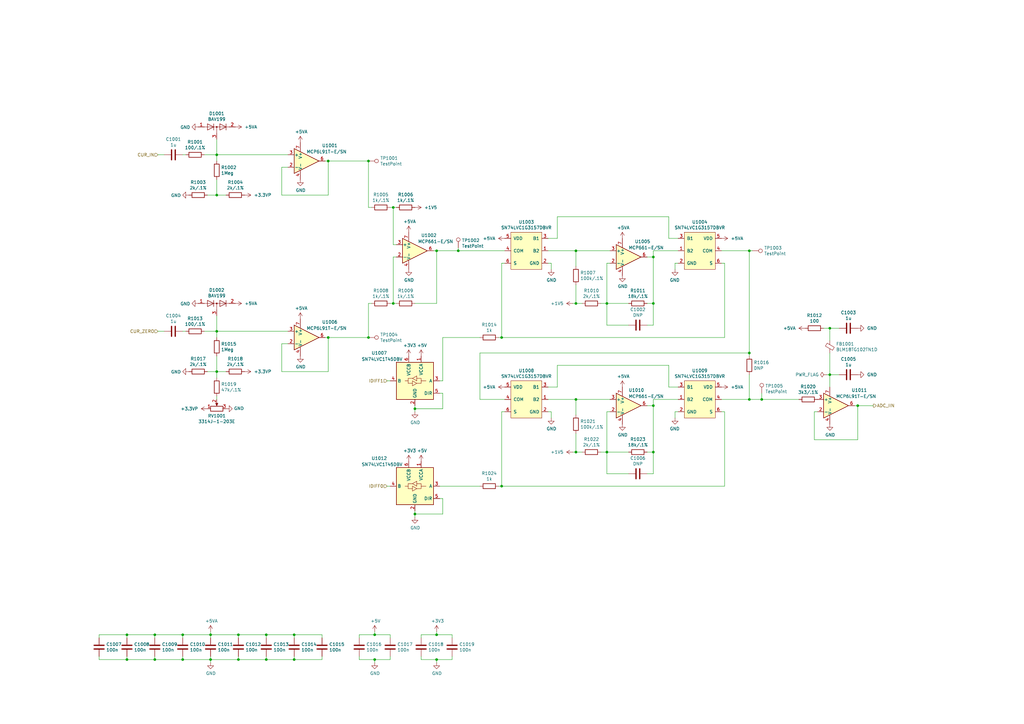
<source format=kicad_sch>
(kicad_sch (version 20211123) (generator eeschema)
  (paper "A3")
  (lib_symbols
    (symbol "Amplifier_Operational:MCP6L91RT-ESN" (pin_names (offset 0.127))
      (property "Reference" "U" (at 0 6.35 0))
      (property "Value" "MCP6L91RT-ESN" (at 0 3.81 0))
      (symbol "MCP6L91RT-ESN_0_1"
        (polyline (pts (xy -5.08 5.08) (xy 5.08 0) (xy -5.08 -5.08) (xy -5.08 5.08)) (stroke (width 0.254)) (fill (type background)))
      )
      (symbol "MCP6L91RT-ESN_1_1"
        (pin no_connect line (at -2.54 2.54 270) (length 2.54) hide (name "NC") (number "1"))
        (pin input line (at -7.62 -2.54 0) (length 2.54) (name "-") (number "2"))
        (pin input line (at -7.62 2.54 0) (length 2.54) (name "+") (number "3"))
        (pin power_in line (at -2.54 -7.62 90) (length 3.81) (name "V-") (number "4"))
        (pin no_connect line (at 0 2.54 270) (length 2.54) hide (name "NC") (number "5"))
        (pin output line (at 7.62 0 180) (length 2.54) (name "~") (number "6"))
        (pin power_in line (at -2.54 7.62 270) (length 3.81) (name "V+") (number "7"))
        (pin no_connect line (at 0 -2.54 90) (length 2.54) hide (name "NC") (number "8"))
      )
    )
    (symbol "Connector:TestPoint" (pin_numbers hide) (pin_names (offset 0.762) hide)
      (property "Reference" "TP" (at 0 6.858 0))
      (property "Value" "TestPoint" (at 0 5.08 0))
      (symbol "TestPoint_0_1"
        (circle (center 0 3.302) (radius 0.762))
      )
      (symbol "TestPoint_1_1"
        (pin passive line (at 0 0 90) (length 2.54) (name "1") (number "1"))
      )
    )
    (symbol "Device:C" (pin_numbers hide) (pin_names (offset 0.254))
      (property "Reference" "C" (at 0.635 2.54 0))
      (property "Value" "C" (at 0.635 -2.54 0))
      (symbol "C_0_1"
        (polyline (pts (xy -2.032 -0.762) (xy 2.032 -0.762)) (stroke (width 0.508)))
        (polyline (pts (xy -2.032 0.762) (xy 2.032 0.762)) (stroke (width 0.508)))
      )
      (symbol "C_1_1"
        (pin passive line (at 0 3.81 270) (length 2.794) (name "~") (number "1"))
        (pin passive line (at 0 -3.81 90) (length 2.794) (name "~") (number "2"))
      )
    )
    (symbol "Device:Ferrite_Bead_Small" (pin_numbers hide) (pin_names (offset 0))
      (property "Reference" "FB" (at 1.905 1.27 0))
      (property "Value" "Device_Ferrite_Bead_Small" (at 1.905 -1.27 0))
      (symbol "Ferrite_Bead_Small_0_1"
        (polyline (pts (xy 0 -1.27) (xy 0 -0.7874)))
        (polyline (pts (xy 0 0.889) (xy 0 1.2954)))
        (polyline (pts (xy -1.8288 0.2794) (xy -1.1176 1.4986) (xy 1.8288 -0.2032) (xy 1.1176 -1.4224) (xy -1.8288 0.2794)))
      )
      (symbol "Ferrite_Bead_Small_1_1"
        (pin passive line (at 0 2.54 270) (length 1.27) (name "~") (number "1"))
        (pin passive line (at 0 -2.54 90) (length 1.27) (name "~") (number "2"))
      )
    )
    (symbol "Device:R" (pin_numbers hide) (pin_names (offset 0))
      (property "Reference" "R" (at 2.032 0 90))
      (property "Value" "R" (at 0 0 90))
      (symbol "R_0_1"
        (rectangle (start -1.016 -2.54) (end 1.016 2.54) (stroke (width 0.254)))
      )
      (symbol "R_1_1"
        (pin passive line (at 0 3.81 270) (length 1.27) (name "~") (number "1"))
        (pin passive line (at 0 -3.81 90) (length 1.27) (name "~") (number "2"))
      )
    )
    (symbol "Device:R_POT" (pin_names (offset 1.016) hide)
      (property "Reference" "RV" (at -4.445 0 90))
      (property "Value" "Device_R_POT" (at -2.54 0 90))
      (symbol "R_POT_0_1"
        (polyline (pts (xy 2.54 0) (xy 1.524 0)))
        (polyline (pts (xy 1.143 0) (xy 2.286 0.508) (xy 2.286 -0.508) (xy 1.143 0)) (fill (type outline)))
        (rectangle (start 1.016 2.54) (end -1.016 -2.54) (stroke (width 0.254)))
      )
      (symbol "R_POT_1_1"
        (pin passive line (at 0 3.81 270) (length 1.27) (name "1") (number "1"))
        (pin passive line (at 3.81 0 180) (length 1.27) (name "2") (number "2"))
        (pin passive line (at 0 -3.81 90) (length 1.27) (name "3") (number "3"))
      )
    )
    (symbol "Diode:BAV99" (pin_names hide)
      (property "Reference" "D" (at 0 5.08 0))
      (property "Value" "BAV99" (at 0 2.54 0))
      (symbol "BAV99_0_1"
        (polyline (pts (xy -5.08 0) (xy 5.08 0)))
      )
      (symbol "BAV99_1_1"
        (polyline (pts (xy 0 0) (xy 0 -2.54)))
        (polyline (pts (xy -1.27 -1.27) (xy -1.27 1.27) (xy -1.27 1.27)) (stroke (width 0.2032)))
        (polyline (pts (xy 3.81 1.27) (xy 3.81 -1.27) (xy 3.81 -1.27)) (stroke (width 0.2032)))
        (polyline (pts (xy -3.81 1.27) (xy -1.27 0) (xy -3.81 -1.27) (xy -3.81 1.27) (xy -3.81 1.27) (xy -3.81 1.27)) (stroke (width 0.2032)))
        (polyline (pts (xy 1.27 1.27) (xy 3.81 0) (xy 1.27 -1.27) (xy 1.27 1.27) (xy 1.27 1.27) (xy 1.27 1.27)) (stroke (width 0.2032)))
        (circle (center 0 0) (radius 0.254) (fill (type outline)))
        (pin passive line (at -7.62 0 0) (length 2.54) (name "K") (number "1"))
        (pin passive line (at 7.62 0 180) (length 2.54) (name "A") (number "2"))
        (pin passive line (at 0 -5.08 90) (length 2.54) (name "K") (number "3"))
      )
    )
    (symbol "ETH1CLCR2:MCP661" (pin_names (offset 0.127))
      (property "Reference" "U" (at 2.54 6.35 0))
      (property "Value" "MCP661" (at 2.54 3.81 0))
      (symbol "MCP661_0_1"
        (polyline (pts (xy -3.81 5.08) (xy 6.35 0) (xy -3.81 -5.08) (xy -3.81 5.08)) (stroke (width 0.254)) (fill (type background)))
      )
      (symbol "MCP661_1_1"
        (pin no_connect non_logic (at -3.81 0 0) (length 0) hide (name "NC") (number "1"))
        (pin input line (at -6.35 -2.54 0) (length 2.54) (name "-") (number "2"))
        (pin input line (at -6.35 2.54 0) (length 2.54) (name "+") (number "3"))
        (pin power_in line (at -1.27 -7.62 90) (length 3.81) (name "V-") (number "4"))
        (pin no_connect non_logic (at 1.27 -2.54 90) (length 0) hide (name "NC") (number "5"))
        (pin output line (at 8.89 0 180) (length 2.54) (name "~") (number "6"))
        (pin power_in line (at -1.27 7.62 270) (length 3.81) (name "V+") (number "7"))
        (pin no_connect non_logic (at 1.27 2.54 270) (length 0) hide (name "NC") (number "8"))
      )
    )
    (symbol "ETH1CLCR2:SN74LVC1G3157" (pin_names (offset 1.016))
      (property "Reference" "U" (at 0 11.43 0))
      (property "Value" "SN74LVC1G3157" (at 0 8.89 0))
      (symbol "SN74LVC1G3157_0_1"
        (rectangle (start -6.35 7.62) (end 6.35 -7.62) (fill (type background)))
      )
      (symbol "SN74LVC1G3157_1_1"
        (pin bidirectional line (at 8.89 0 180) (length 2.54) (name "B2") (number "1"))
        (pin passive line (at 8.89 -5.08 180) (length 2.54) (name "GND") (number "2"))
        (pin bidirectional line (at 8.89 5.08 180) (length 2.54) (name "B1") (number "3"))
        (pin bidirectional line (at -8.89 0 0) (length 2.54) (name "COM") (number "4"))
        (pin passive line (at -8.89 5.08 0) (length 2.54) (name "VDD") (number "5"))
        (pin input line (at -8.89 -5.08 0) (length 2.54) (name "S") (number "6"))
      )
    )
    (symbol "Logic_LevelTranslator:SN74LVC1T45DBV"
      (property "Reference" "U" (at -6.35 8.89 0))
      (property "Value" "SN74LVC1T45DBV" (at 3.81 8.89 0))
      (symbol "SN74LVC1T45DBV_0_1"
        (rectangle (start -7.62 7.62) (end 7.62 -7.62) (stroke (width 0.254)) (fill (type background)))
        (polyline (pts (xy -2.54 0) (xy -2.54 1.016) (xy -0.762 1.016)))
        (polyline (pts (xy 2.794 0) (xy 2.794 -1.016) (xy 1.016 -1.016)))
        (polyline (pts (xy -0.762 -1.016) (xy -2.54 -1.016) (xy -2.54 0) (xy -4.572 0)))
        (polyline (pts (xy -0.762 0) (xy -0.762 2.032) (xy 1.016 1.016) (xy -0.762 0)))
        (polyline (pts (xy 1.016 1.016) (xy 2.794 1.016) (xy 2.794 0) (xy 4.064 0)))
        (polyline (pts (xy 1.016 0) (xy 1.016 -1.778) (xy 1.016 -2.032) (xy -0.762 -1.016) (xy 1.016 0)))
      )
      (symbol "SN74LVC1T45DBV_1_1"
        (pin power_in line (at -2.54 10.16 270) (length 2.54) (name "VCCA") (number "1"))
        (pin power_in line (at 0 -10.16 90) (length 2.54) (name "GND") (number "2"))
        (pin bidirectional line (at -10.16 0 0) (length 2.54) (name "A") (number "3"))
        (pin bidirectional line (at 10.16 0 180) (length 2.54) (name "B") (number "4"))
        (pin input line (at -10.16 -5.08 0) (length 2.54) (name "DIR") (number "5"))
        (pin power_in line (at 2.54 10.16 270) (length 2.54) (name "VCCB") (number "6"))
      )
    )
    (symbol "power:+1V5" (power) (pin_names (offset 0))
      (property "Value" "+1V5" (at 0 3.556 0))
      (symbol "+1V5_0_1"
        (polyline (pts (xy -0.762 1.27) (xy 0 2.54)))
        (polyline (pts (xy 0 0) (xy 0 2.54)))
        (polyline (pts (xy 0 2.54) (xy 0.762 1.27)))
      )
      (symbol "+1V5_1_1"
        (pin power_in line (at 0 0 90) (length 0) hide (name "+1V5") (number "1"))
      )
    )
    (symbol "power:+3.3V" (power) (pin_names (offset 0))
      (property "Value" "+3.3V" (at 0 3.556 0))
      (symbol "+3.3V_0_1"
        (polyline (pts (xy -0.762 1.27) (xy 0 2.54)))
        (polyline (pts (xy 0 0) (xy 0 2.54)))
        (polyline (pts (xy 0 2.54) (xy 0.762 1.27)))
      )
      (symbol "+3.3V_1_1"
        (pin power_in line (at 0 0 90) (length 0) hide (name "+3V3") (number "1"))
      )
    )
    (symbol "power:+3.3VP" (power) (pin_names (offset 0))
      (property "Value" "+3.3VP" (at 0 2.54 0))
      (symbol "+3.3VP_0_0"
        (pin power_in line (at 0 0 90) (length 0) hide (name "+3.3VP") (number "1"))
      )
      (symbol "+3.3VP_0_1"
        (polyline (pts (xy -0.762 1.27) (xy 0 2.54)))
        (polyline (pts (xy 0 0) (xy 0 2.54)))
        (polyline (pts (xy 0 2.54) (xy 0.762 1.27)))
      )
    )
    (symbol "power:+5V" (power) (pin_names (offset 0))
      (property "Value" "+5V" (at 0 3.556 0))
      (symbol "+5V_0_1"
        (polyline (pts (xy -0.762 1.27) (xy 0 2.54)))
        (polyline (pts (xy 0 0) (xy 0 2.54)))
        (polyline (pts (xy 0 2.54) (xy 0.762 1.27)))
      )
      (symbol "+5V_1_1"
        (pin power_in line (at 0 0 90) (length 0) hide (name "+5V") (number "1"))
      )
    )
    (symbol "power:+5VA" (power) (pin_names (offset 0))
      (property "Value" "+5VA" (at 0 3.556 0))
      (symbol "+5VA_0_1"
        (polyline (pts (xy -0.762 1.27) (xy 0 2.54)))
        (polyline (pts (xy 0 0) (xy 0 2.54)))
        (polyline (pts (xy 0 2.54) (xy 0.762 1.27)))
      )
      (symbol "+5VA_1_1"
        (pin power_in line (at 0 0 90) (length 0) hide (name "+5VA") (number "1"))
      )
    )
    (symbol "power:GND" (power) (pin_names (offset 0))
      (property "Value" "GND" (at 0 -3.81 0))
      (symbol "GND_0_1"
        (polyline (pts (xy 0 0) (xy 0 -1.27) (xy 1.27 -1.27) (xy 0 -2.54) (xy -1.27 -1.27) (xy 0 -1.27)))
      )
      (symbol "GND_1_1"
        (pin power_in line (at 0 0 270) (length 0) hide (name "GND") (number "1"))
      )
    )
    (symbol "power:PWR_FLAG" (power) (pin_numbers hide) (pin_names (offset 0) hide)
      (property "Value" "PWR_FLAG" (at 0 3.81 0))
      (symbol "PWR_FLAG_0_0"
        (pin power_out line (at 0 0 90) (length 0) (name "pwr") (number "1"))
      )
      (symbol "PWR_FLAG_0_1"
        (polyline (pts (xy 0 0) (xy 0 1.27) (xy -1.016 1.905) (xy 0 2.54) (xy 1.016 1.905) (xy 0 1.27)))
      )
    )
  )
  (junction (at 179.07 270.51))
  (junction (at 74.93 260.35))
  (junction (at 109.22 270.51))
  (junction (at 63.5 270.51))
  (junction (at 236.22 163.83))
  (junction (at 74.93 270.51))
  (junction (at 170.18 167.64))
  (junction (at 120.65 270.51))
  (junction (at 340.36 153.67))
  (junction (at 351.79 166.37))
  (junction (at 307.34 163.83))
  (junction (at 312.42 163.83))
  (junction (at 267.97 124.46))
  (junction (at 88.9 63.5))
  (junction (at 52.07 270.51))
  (junction (at 151.13 66.04))
  (junction (at 153.67 270.51))
  (junction (at 248.92 185.42))
  (junction (at 267.97 166.37))
  (junction (at 307.34 102.87))
  (junction (at 134.62 138.43))
  (junction (at 88.9 152.4))
  (junction (at 109.22 260.35))
  (junction (at 267.97 105.41))
  (junction (at 134.62 66.04))
  (junction (at 153.67 260.35))
  (junction (at 63.5 260.35))
  (junction (at 205.74 199.39))
  (junction (at 170.18 210.82))
  (junction (at 161.29 85.09))
  (junction (at 267.97 185.42))
  (junction (at 97.79 260.35))
  (junction (at 161.29 124.46))
  (junction (at 179.07 260.35))
  (junction (at 340.36 134.62))
  (junction (at 248.92 124.46))
  (junction (at 52.07 260.35))
  (junction (at 86.36 270.51))
  (junction (at 179.07 102.87))
  (junction (at 88.9 135.89))
  (junction (at 236.22 185.42))
  (junction (at 151.13 138.43))
  (junction (at 236.22 124.46))
  (junction (at 236.22 102.87))
  (junction (at 120.65 260.35))
  (junction (at 205.74 138.43))
  (junction (at 86.36 260.35))
  (junction (at 307.34 144.78))
  (junction (at 88.9 80.01))
  (junction (at 187.96 102.87))
  (junction (at 97.79 270.51))
  (wire (pts (xy 63.5 270.51) (xy 74.93 270.51)))
  (wire (pts (xy 109.22 261.62) (xy 109.22 260.35)))
  (wire (pts (xy 147.32 269.24) (xy 147.32 270.51)))
  (wire (pts (xy 134.62 138.43) (xy 133.35 138.43)))
  (wire (pts (xy 179.07 259.08) (xy 179.07 260.35)))
  (wire (pts (xy 276.86 110.49) (xy 276.86 107.95)))
  (wire (pts (xy 236.22 109.22) (xy 236.22 102.87)))
  (wire (pts (xy 179.07 124.46) (xy 179.07 102.87)))
  (wire (pts (xy 63.5 261.62) (xy 63.5 260.35)))
  (wire (pts (xy 52.07 270.51) (xy 63.5 270.51)))
  (wire (pts (xy 344.17 134.62) (xy 340.36 134.62)))
  (wire (pts (xy 97.79 261.62) (xy 97.79 260.35)))
  (wire (pts (xy 160.02 261.62) (xy 160.02 260.35)))
  (wire (pts (xy 274.32 97.79) (xy 278.13 97.79)))
  (wire (pts (xy 226.06 107.95) (xy 224.79 107.95)))
  (wire (pts (xy 115.57 68.58) (xy 115.57 80.01)))
  (wire (pts (xy 187.96 101.6) (xy 187.96 102.87)))
  (wire (pts (xy 120.65 260.35) (xy 132.08 260.35)))
  (wire (pts (xy 295.91 163.83) (xy 307.34 163.83)))
  (wire (pts (xy 351.79 180.34) (xy 351.79 166.37)))
  (wire (pts (xy 160.02 124.46) (xy 161.29 124.46)))
  (wire (pts (xy 147.32 260.35) (xy 153.67 260.35)))
  (wire (pts (xy 170.18 209.55) (xy 170.18 210.82)))
  (wire (pts (xy 236.22 177.8) (xy 236.22 185.42)))
  (wire (pts (xy 64.77 63.5) (xy 67.31 63.5)))
  (wire (pts (xy 339.09 153.67) (xy 340.36 153.67)))
  (wire (pts (xy 134.62 80.01) (xy 134.62 66.04)))
  (wire (pts (xy 340.36 134.62) (xy 340.36 139.7)))
  (wire (pts (xy 307.34 144.78) (xy 307.34 102.87)))
  (wire (pts (xy 226.06 110.49) (xy 226.06 107.95)))
  (wire (pts (xy 153.67 270.51) (xy 160.02 270.51)))
  (wire (pts (xy 196.85 144.78) (xy 307.34 144.78)))
  (wire (pts (xy 234.95 124.46) (xy 236.22 124.46)))
  (wire (pts (xy 172.72 269.24) (xy 172.72 270.51)))
  (wire (pts (xy 179.07 102.87) (xy 177.8 102.87)))
  (wire (pts (xy 151.13 138.43) (xy 151.13 124.46)))
  (wire (pts (xy 181.61 204.47) (xy 180.34 204.47)))
  (wire (pts (xy 115.57 152.4) (xy 134.62 152.4)))
  (wire (pts (xy 257.81 124.46) (xy 248.92 124.46)))
  (wire (pts (xy 86.36 260.35) (xy 97.79 260.35)))
  (wire (pts (xy 161.29 124.46) (xy 161.29 105.41)))
  (wire (pts (xy 118.11 140.97) (xy 115.57 140.97)))
  (wire (pts (xy 160.02 199.39) (xy 158.75 199.39)))
  (wire (pts (xy 74.93 135.89) (xy 76.2 135.89)))
  (wire (pts (xy 40.64 260.35) (xy 52.07 260.35)))
  (wire (pts (xy 118.11 68.58) (xy 115.57 68.58)))
  (wire (pts (xy 250.19 107.95) (xy 248.92 107.95)))
  (wire (pts (xy 152.4 85.09) (xy 151.13 85.09)))
  (wire (pts (xy 160.02 85.09) (xy 161.29 85.09)))
  (wire (pts (xy 312.42 161.29) (xy 312.42 163.83)))
  (wire (pts (xy 147.32 260.35) (xy 147.32 261.62)))
  (wire (pts (xy 97.79 270.51) (xy 109.22 270.51)))
  (wire (pts (xy 170.18 124.46) (xy 179.07 124.46)))
  (wire (pts (xy 185.42 261.62) (xy 185.42 260.35)))
  (wire (pts (xy 161.29 100.33) (xy 161.29 85.09)))
  (wire (pts (xy 267.97 166.37) (xy 265.43 166.37)))
  (wire (pts (xy 172.72 270.51) (xy 179.07 270.51)))
  (wire (pts (xy 236.22 102.87) (xy 250.19 102.87)))
  (wire (pts (xy 207.01 163.83) (xy 196.85 163.83)))
  (wire (pts (xy 228.6 88.9) (xy 274.32 88.9)))
  (wire (pts (xy 344.17 153.67) (xy 340.36 153.67)))
  (wire (pts (xy 226.06 168.91) (xy 224.79 168.91)))
  (wire (pts (xy 257.81 185.42) (xy 248.92 185.42)))
  (wire (pts (xy 181.61 210.82) (xy 181.61 204.47)))
  (wire (pts (xy 267.97 133.35) (xy 267.97 124.46)))
  (wire (pts (xy 337.82 134.62) (xy 340.36 134.62)))
  (wire (pts (xy 312.42 163.83) (xy 327.66 163.83)))
  (wire (pts (xy 170.18 166.37) (xy 170.18 167.64)))
  (wire (pts (xy 170.18 210.82) (xy 181.61 210.82)))
  (wire (pts (xy 267.97 185.42) (xy 265.43 185.42)))
  (wire (pts (xy 52.07 260.35) (xy 63.5 260.35)))
  (wire (pts (xy 180.34 199.39) (xy 196.85 199.39)))
  (wire (pts (xy 134.62 152.4) (xy 134.62 138.43)))
  (wire (pts (xy 205.74 107.95) (xy 207.01 107.95)))
  (wire (pts (xy 267.97 185.42) (xy 267.97 166.37)))
  (wire (pts (xy 109.22 260.35) (xy 120.65 260.35)))
  (wire (pts (xy 248.92 133.35) (xy 248.92 124.46)))
  (wire (pts (xy 132.08 270.51) (xy 132.08 269.24)))
  (wire (pts (xy 236.22 116.84) (xy 236.22 124.46)))
  (wire (pts (xy 115.57 140.97) (xy 115.57 152.4)))
  (wire (pts (xy 205.74 138.43) (xy 297.18 138.43)))
  (wire (pts (xy 248.92 107.95) (xy 248.92 124.46)))
  (wire (pts (xy 181.61 156.21) (xy 181.61 138.43)))
  (wire (pts (xy 88.9 129.54) (xy 88.9 135.89)))
  (wire (pts (xy 196.85 163.83) (xy 196.85 144.78)))
  (wire (pts (xy 120.65 261.62) (xy 120.65 260.35)))
  (wire (pts (xy 85.09 152.4) (xy 88.9 152.4)))
  (wire (pts (xy 185.42 260.35) (xy 179.07 260.35)))
  (wire (pts (xy 267.97 166.37) (xy 267.97 163.83)))
  (wire (pts (xy 40.64 261.62) (xy 40.64 260.35)))
  (wire (pts (xy 276.86 171.45) (xy 276.86 168.91)))
  (wire (pts (xy 132.08 261.62) (xy 132.08 260.35)))
  (wire (pts (xy 297.18 138.43) (xy 297.18 107.95)))
  (wire (pts (xy 267.97 124.46) (xy 267.97 105.41)))
  (wire (pts (xy 224.79 97.79) (xy 228.6 97.79)))
  (wire (pts (xy 224.79 102.87) (xy 236.22 102.87)))
  (wire (pts (xy 52.07 270.51) (xy 52.07 269.24)))
  (wire (pts (xy 170.18 212.09) (xy 170.18 210.82)))
  (wire (pts (xy 88.9 146.05) (xy 88.9 152.4)))
  (wire (pts (xy 267.97 163.83) (xy 278.13 163.83)))
  (wire (pts (xy 160.02 260.35) (xy 153.67 260.35)))
  (wire (pts (xy 88.9 80.01) (xy 92.71 80.01)))
  (wire (pts (xy 151.13 124.46) (xy 152.4 124.46)))
  (wire (pts (xy 64.77 135.89) (xy 67.31 135.89)))
  (wire (pts (xy 265.43 133.35) (xy 267.97 133.35)))
  (wire (pts (xy 307.34 146.05) (xy 307.34 144.78)))
  (wire (pts (xy 88.9 73.66) (xy 88.9 80.01)))
  (wire (pts (xy 115.57 80.01) (xy 134.62 80.01)))
  (wire (pts (xy 151.13 85.09) (xy 151.13 66.04)))
  (wire (pts (xy 248.92 168.91) (xy 248.92 185.42)))
  (wire (pts (xy 147.32 270.51) (xy 153.67 270.51)))
  (wire (pts (xy 297.18 168.91) (xy 295.91 168.91)))
  (wire (pts (xy 52.07 261.62) (xy 52.07 260.35)))
  (wire (pts (xy 226.06 171.45) (xy 226.06 168.91)))
  (wire (pts (xy 109.22 270.51) (xy 109.22 269.24)))
  (wire (pts (xy 236.22 163.83) (xy 250.19 163.83)))
  (wire (pts (xy 267.97 124.46) (xy 265.43 124.46)))
  (wire (pts (xy 40.64 270.51) (xy 40.64 269.24)))
  (wire (pts (xy 307.34 163.83) (xy 312.42 163.83)))
  (wire (pts (xy 170.18 168.91) (xy 170.18 167.64)))
  (wire (pts (xy 234.95 185.42) (xy 236.22 185.42)))
  (wire (pts (xy 207.01 102.87) (xy 187.96 102.87)))
  (wire (pts (xy 153.67 271.78) (xy 153.67 270.51)))
  (wire (pts (xy 170.18 167.64) (xy 181.61 167.64)))
  (wire (pts (xy 334.01 168.91) (xy 334.01 180.34)))
  (wire (pts (xy 248.92 185.42) (xy 246.38 185.42)))
  (wire (pts (xy 335.28 168.91) (xy 334.01 168.91)))
  (wire (pts (xy 297.18 107.95) (xy 295.91 107.95)))
  (wire (pts (xy 86.36 259.08) (xy 86.36 260.35)))
  (wire (pts (xy 161.29 105.41) (xy 162.56 105.41)))
  (wire (pts (xy 181.61 138.43) (xy 196.85 138.43)))
  (wire (pts (xy 228.6 149.86) (xy 274.32 149.86)))
  (wire (pts (xy 358.14 166.37) (xy 351.79 166.37)))
  (wire (pts (xy 228.6 97.79) (xy 228.6 88.9)))
  (wire (pts (xy 161.29 85.09) (xy 162.56 85.09)))
  (wire (pts (xy 160.02 270.51) (xy 160.02 269.24)))
  (wire (pts (xy 204.47 199.39) (xy 205.74 199.39)))
  (wire (pts (xy 267.97 102.87) (xy 278.13 102.87)))
  (wire (pts (xy 250.19 168.91) (xy 248.92 168.91)))
  (wire (pts (xy 74.93 260.35) (xy 86.36 260.35)))
  (wire (pts (xy 334.01 180.34) (xy 351.79 180.34)))
  (wire (pts (xy 134.62 138.43) (xy 151.13 138.43)))
  (wire (pts (xy 187.96 102.87) (xy 179.07 102.87)))
  (wire (pts (xy 224.79 158.75) (xy 228.6 158.75)))
  (wire (pts (xy 153.67 259.08) (xy 153.67 260.35)))
  (wire (pts (xy 351.79 166.37) (xy 350.52 166.37)))
  (wire (pts (xy 205.74 168.91) (xy 205.74 199.39)))
  (wire (pts (xy 248.92 194.31) (xy 248.92 185.42)))
  (wire (pts (xy 109.22 270.51) (xy 120.65 270.51)))
  (wire (pts (xy 161.29 124.46) (xy 162.56 124.46)))
  (wire (pts (xy 257.81 194.31) (xy 248.92 194.31)))
  (wire (pts (xy 257.81 133.35) (xy 248.92 133.35)))
  (wire (pts (xy 74.93 261.62) (xy 74.93 260.35)))
  (wire (pts (xy 74.93 270.51) (xy 86.36 270.51)))
  (wire (pts (xy 307.34 163.83) (xy 307.34 153.67)))
  (wire (pts (xy 74.93 63.5) (xy 76.2 63.5)))
  (wire (pts (xy 340.36 153.67) (xy 340.36 158.75)))
  (wire (pts (xy 97.79 270.51) (xy 97.79 269.24)))
  (wire (pts (xy 162.56 100.33) (xy 161.29 100.33)))
  (wire (pts (xy 40.64 270.51) (xy 52.07 270.51)))
  (wire (pts (xy 267.97 105.41) (xy 265.43 105.41)))
  (wire (pts (xy 236.22 185.42) (xy 238.76 185.42)))
  (wire (pts (xy 88.9 152.4) (xy 92.71 152.4)))
  (wire (pts (xy 340.36 153.67) (xy 340.36 144.78)))
  (wire (pts (xy 120.65 270.51) (xy 132.08 270.51)))
  (wire (pts (xy 185.42 270.51) (xy 185.42 269.24)))
  (wire (pts (xy 86.36 261.62) (xy 86.36 260.35)))
  (wire (pts (xy 88.9 63.5) (xy 118.11 63.5)))
  (wire (pts (xy 86.36 270.51) (xy 97.79 270.51)))
  (wire (pts (xy 97.79 260.35) (xy 109.22 260.35)))
  (wire (pts (xy 205.74 199.39) (xy 297.18 199.39)))
  (wire (pts (xy 308.61 102.87) (xy 307.34 102.87)))
  (wire (pts (xy 181.61 161.29) (xy 180.34 161.29)))
  (wire (pts (xy 86.36 270.51) (xy 86.36 269.24)))
  (wire (pts (xy 274.32 158.75) (xy 278.13 158.75)))
  (wire (pts (xy 134.62 66.04) (xy 151.13 66.04)))
  (wire (pts (xy 297.18 199.39) (xy 297.18 168.91)))
  (wire (pts (xy 88.9 154.94) (xy 88.9 152.4)))
  (wire (pts (xy 276.86 107.95) (xy 278.13 107.95)))
  (wire (pts (xy 63.5 260.35) (xy 74.93 260.35)))
  (wire (pts (xy 88.9 138.43) (xy 88.9 135.89)))
  (wire (pts (xy 88.9 163.83) (xy 88.9 162.56)))
  (wire (pts (xy 236.22 170.18) (xy 236.22 163.83)))
  (wire (pts (xy 179.07 270.51) (xy 185.42 270.51)))
  (wire (pts (xy 228.6 158.75) (xy 228.6 149.86)))
  (wire (pts (xy 205.74 168.91) (xy 207.01 168.91)))
  (wire (pts (xy 63.5 270.51) (xy 63.5 269.24)))
  (wire (pts (xy 204.47 138.43) (xy 205.74 138.43)))
  (wire (pts (xy 265.43 194.31) (xy 267.97 194.31)))
  (wire (pts (xy 74.93 270.51) (xy 74.93 269.24)))
  (wire (pts (xy 85.09 80.01) (xy 88.9 80.01)))
  (wire (pts (xy 205.74 107.95) (xy 205.74 138.43)))
  (wire (pts (xy 274.32 88.9) (xy 274.32 97.79)))
  (wire (pts (xy 276.86 168.91) (xy 278.13 168.91)))
  (wire (pts (xy 267.97 105.41) (xy 267.97 102.87)))
  (wire (pts (xy 88.9 66.04) (xy 88.9 63.5)))
  (wire (pts (xy 134.62 66.04) (xy 133.35 66.04)))
  (wire (pts (xy 88.9 63.5) (xy 83.82 63.5)))
  (wire (pts (xy 179.07 271.78) (xy 179.07 270.51)))
  (wire (pts (xy 267.97 194.31) (xy 267.97 185.42)))
  (wire (pts (xy 86.36 271.78) (xy 86.36 270.51)))
  (wire (pts (xy 274.32 149.86) (xy 274.32 158.75)))
  (wire (pts (xy 236.22 124.46) (xy 238.76 124.46)))
  (wire (pts (xy 172.72 260.35) (xy 179.07 260.35)))
  (wire (pts (xy 158.75 156.21) (xy 160.02 156.21)))
  (wire (pts (xy 180.34 156.21) (xy 181.61 156.21)))
  (wire (pts (xy 88.9 57.15) (xy 88.9 63.5)))
  (wire (pts (xy 172.72 260.35) (xy 172.72 261.62)))
  (wire (pts (xy 88.9 135.89) (xy 83.82 135.89)))
  (wire (pts (xy 120.65 270.51) (xy 120.65 269.24)))
  (wire (pts (xy 181.61 167.64) (xy 181.61 161.29)))
  (wire (pts (xy 248.92 124.46) (xy 246.38 124.46)))
  (wire (pts (xy 88.9 135.89) (xy 118.11 135.89)))
  (wire (pts (xy 307.34 102.87) (xy 295.91 102.87)))
  (wire (pts (xy 224.79 163.83) (xy 236.22 163.83)))
  (hierarchical_label "IDIFF1" (shape input) (at 158.75 156.21 180))
  (hierarchical_label "IDIFF0" (shape input) (at 158.75 199.39 180))
  (hierarchical_label "CUR_ZERO" (shape input) (at 64.77 135.89 180))
  (hierarchical_label "ADC_IIN" (shape output) (at 358.14 166.37 0))
  (hierarchical_label "CUR_IN" (shape input) (at 64.77 63.5 180))
  (symbol (lib_id "Device:C") (at 172.72 265.43 0) (unit 1)
    (property "Reference" "C1018" (at 175.641 264.2616 0) (effects (justify left)))
    (property "Value" "100n" (at 175.641 266.573 0) (effects (justify left)))
    (property "Footprint" "Capacitor_SMD:C_0603_1608Metric_Pad1.08x0.95mm_HandSolder" (effects hide))
  )
  (symbol (lib_id "Device:C") (at 185.42 265.43 0) (unit 1)
    (property "Reference" "C1019" (at 188.341 264.2616 0) (effects (justify left)))
    (property "Value" "100n" (at 188.341 266.573 0) (effects (justify left)))
    (property "Footprint" "Capacitor_SMD:C_0603_1608Metric_Pad1.08x0.95mm_HandSolder" (effects hide))
  )
  (symbol (lib_id "power:GND") (at 179.07 271.78 0) (unit 1)
    (property "Reference" "#PWR01047" (effects hide))
    (property "Value" "GND" (at 179.197 276.1742 0))
  )
  (symbol (lib_id "power:+3.3V") (at 179.07 259.08 0) (unit 1)
    (property "Reference" "#PWR01044" (effects hide))
    (property "Value" "+3.3V" (at 179.451 254.6858 0))
  )
  (symbol (lib_id "Device:C") (at 120.65 265.43 0) (unit 1)
    (property "Reference" "C1014" (at 123.571 264.2616 0) (effects (justify left)))
    (property "Value" "100n" (at 123.571 266.573 0) (effects (justify left)))
    (property "Footprint" "Capacitor_SMD:C_0603_1608Metric_Pad1.08x0.95mm_HandSolder" (effects hide))
  )
  (symbol (lib_id "Device:C") (at 132.08 265.43 0) (unit 1)
    (property "Reference" "C1015" (at 135.001 264.2616 0) (effects (justify left)))
    (property "Value" "100n" (at 135.001 266.573 0) (effects (justify left)))
    (property "Footprint" "Capacitor_SMD:C_0603_1608Metric_Pad1.08x0.95mm_HandSolder" (effects hide))
  )
  (symbol (lib_id "power:GND") (at 153.67 271.78 0) (unit 1)
    (property "Reference" "#PWR01046" (effects hide))
    (property "Value" "GND" (at 153.797 276.1742 0))
  )
  (symbol (lib_id "power:+5V") (at 153.67 259.08 0) (unit 1)
    (property "Reference" "#PWR01043" (effects hide))
    (property "Value" "+5V" (at 154.051 254.6858 0))
  )
  (symbol (lib_id "Connector:TestPoint") (at 151.13 138.43 270) (unit 1)
    (property "Reference" "TP1004" (at 155.9052 137.2616 90) (effects (justify left)))
    (property "Value" "TestPoint" (at 155.9052 139.573 90) (effects (justify left)))
    (property "Footprint" "TestPoint:TestPoint_Pad_1.0x1.0mm" (effects hide))
  )
  (symbol (lib_id "Connector:TestPoint") (at 151.13 66.04 270) (unit 1)
    (property "Reference" "TP1001" (at 155.9052 64.8716 90) (effects (justify left)))
    (property "Value" "TestPoint" (at 155.9052 67.183 90) (effects (justify left)))
    (property "Footprint" "TestPoint:TestPoint_Pad_1.0x1.0mm" (effects hide))
  )
  (symbol (lib_id "Connector:TestPoint") (at 187.96 101.6 0) (unit 1)
    (property "Reference" "TP1002" (at 189.4332 98.6028 0) (effects (justify left)))
    (property "Value" "TestPoint" (at 189.4332 100.9142 0) (effects (justify left)))
    (property "Footprint" "TestPoint:TestPoint_Pad_1.0x1.0mm" (effects hide))
  )
  (symbol (lib_id "Device:C") (at 71.12 63.5 270) (unit 1)
    (property "Reference" "C1001" (at 71.12 57.0992 90))
    (property "Value" "1u" (at 71.12 59.4106 90))
    (property "Footprint" "Capacitor_SMD:C_0603_1608Metric_Pad1.08x0.95mm_HandSolder" (effects hide))
  )
  (symbol (lib_id "Device:R") (at 80.01 63.5 270) (unit 1)
    (property "Reference" "R1001" (at 80.01 58.2422 90))
    (property "Value" "100/.1%" (at 80.01 60.5536 90))
    (property "Footprint" "Resistor_SMD:R_0603_1608Metric_Pad0.98x0.95mm_HandSolder" (effects hide))
  )
  (symbol (lib_id "Diode:BAV99") (at 88.9 52.07 0) (unit 1)
    (property "Reference" "D1001" (at 88.9 46.5836 0))
    (property "Value" "BAV199" (at 88.9 48.895 0))
    (property "Footprint" "Package_TO_SOT_SMD:SOT-23" (effects hide))
    (property "Datasheet" "https://assets.nexperia.com/documents/data-sheet/BAV99_SER.pdf" (effects hide))
  )
  (symbol (lib_id "Device:R") (at 88.9 69.85 180) (unit 1)
    (property "Reference" "R1002" (at 90.678 68.6816 0) (effects (justify right)))
    (property "Value" "1Meg" (at 90.678 70.993 0) (effects (justify right)))
    (property "Footprint" "Resistor_SMD:R_0603_1608Metric_Pad0.98x0.95mm_HandSolder" (effects hide))
  )
  (symbol (lib_id "Device:R") (at 81.28 80.01 270) (unit 1)
    (property "Reference" "R1003" (at 81.28 74.7522 90))
    (property "Value" "2k/.1%" (at 81.28 77.0636 90))
    (property "Footprint" "Resistor_SMD:R_0603_1608Metric_Pad0.98x0.95mm_HandSolder" (effects hide))
  )
  (symbol (lib_id "Device:R") (at 96.52 80.01 270) (unit 1)
    (property "Reference" "R1004" (at 96.52 74.7522 90))
    (property "Value" "2k/.1%" (at 96.52 77.0636 90))
    (property "Footprint" "Resistor_SMD:R_0603_1608Metric_Pad0.98x0.95mm_HandSolder" (effects hide))
  )
  (symbol (lib_id "Device:C") (at 71.12 135.89 270) (unit 1)
    (property "Reference" "C1004" (at 71.12 129.4892 90))
    (property "Value" "1u" (at 71.12 131.8006 90))
    (property "Footprint" "Capacitor_SMD:C_0603_1608Metric_Pad1.08x0.95mm_HandSolder" (effects hide))
  )
  (symbol (lib_id "Device:R") (at 80.01 135.89 270) (unit 1)
    (property "Reference" "R1013" (at 80.01 130.6322 90))
    (property "Value" "100/.1%" (at 80.01 132.9436 90))
    (property "Footprint" "Resistor_SMD:R_0603_1608Metric_Pad0.98x0.95mm_HandSolder" (effects hide))
  )
  (symbol (lib_id "Diode:BAV99") (at 88.9 124.46 0) (unit 1)
    (property "Reference" "D1002" (at 88.9 118.9736 0))
    (property "Value" "BAV199" (at 88.9 121.285 0))
    (property "Footprint" "Package_TO_SOT_SMD:SOT-23" (effects hide))
    (property "Datasheet" "https://assets.nexperia.com/documents/data-sheet/BAV99_SER.pdf" (effects hide))
  )
  (symbol (lib_id "Device:R") (at 88.9 142.24 180) (unit 1)
    (property "Reference" "R1015" (at 90.678 141.0716 0) (effects (justify right)))
    (property "Value" "1Meg" (at 90.678 143.383 0) (effects (justify right)))
    (property "Footprint" "Resistor_SMD:R_0603_1608Metric_Pad0.98x0.95mm_HandSolder" (effects hide))
  )
  (symbol (lib_id "Device:R") (at 81.28 152.4 270) (unit 1)
    (property "Reference" "R1017" (at 81.28 147.1422 90))
    (property "Value" "2k/.1%" (at 81.28 149.4536 90))
    (property "Footprint" "Resistor_SMD:R_0603_1608Metric_Pad0.98x0.95mm_HandSolder" (effects hide))
  )
  (symbol (lib_id "Device:R") (at 96.52 152.4 270) (unit 1)
    (property "Reference" "R1018" (at 96.52 147.1422 90))
    (property "Value" "2k/.1%" (at 96.52 149.4536 90))
    (property "Footprint" "Resistor_SMD:R_0603_1608Metric_Pad0.98x0.95mm_HandSolder" (effects hide))
  )
  (symbol (lib_id "Device:R") (at 88.9 158.75 180) (unit 1)
    (property "Reference" "R1019" (at 90.678 157.5816 0) (effects (justify right)))
    (property "Value" "47k/.1%" (at 90.678 159.893 0) (effects (justify right)))
    (property "Footprint" "Resistor_SMD:R_0603_1608Metric_Pad0.98x0.95mm_HandSolder" (effects hide))
  )
  (symbol (lib_id "Device:R_POT") (at 88.9 167.64 90) (unit 1)
    (property "Reference" "RV1001" (at 88.9 170.561 90))
    (property "Value" "3314J-1-203E" (at 88.9 172.8724 90))
    (property "Footprint" "Potentiometer_SMD:Potentiometer_Bourns_3314J_Vertical" (effects hide))
  )
  (symbol (lib_id "ETH1CLCR2:MCP661") (at 168.91 102.87 0) (unit 1)
    (property "Reference" "U1002" (at 172.72 96.52 0) (effects (justify left)))
    (property "Value" "MCP661-E/SN" (at 171.45 99.06 0) (effects (justify left)))
    (property "Footprint" "Package_SO:SOIC-8_3.9x4.9mm_P1.27mm" (effects hide))
  )
  (symbol (lib_id "Device:R") (at 156.21 85.09 270) (unit 1)
    (property "Reference" "R1005" (at 156.21 79.8322 90))
    (property "Value" "1k/.1%" (at 156.21 82.1436 90))
    (property "Footprint" "Resistor_SMD:R_0603_1608Metric_Pad0.98x0.95mm_HandSolder" (effects hide))
  )
  (symbol (lib_id "Device:R") (at 166.37 124.46 270) (unit 1)
    (property "Reference" "R1009" (at 166.37 119.2022 90))
    (property "Value" "1k/.1%" (at 166.37 121.5136 90))
    (property "Footprint" "Resistor_SMD:R_0603_1608Metric_Pad0.98x0.95mm_HandSolder" (effects hide))
  )
  (symbol (lib_id "Device:R") (at 156.21 124.46 270) (unit 1)
    (property "Reference" "R1008" (at 156.21 119.2022 90))
    (property "Value" "1k/.1%" (at 156.21 121.5136 90))
    (property "Footprint" "Resistor_SMD:R_0603_1608Metric_Pad0.98x0.95mm_HandSolder" (effects hide))
  )
  (symbol (lib_id "Device:R") (at 166.37 85.09 270) (unit 1)
    (property "Reference" "R1006" (at 166.37 79.8322 90))
    (property "Value" "1k/.1%" (at 166.37 82.1436 90))
    (property "Footprint" "Resistor_SMD:R_0603_1608Metric_Pad0.98x0.95mm_HandSolder" (effects hide))
  )
  (symbol (lib_id "power:+1V5") (at 170.18 85.09 270) (unit 1)
    (property "Reference" "#PWR01007" (effects hide))
    (property "Value" "+1V5" (at 173.99 85.09 90) (effects (justify left)))
  )
  (symbol (lib_id "power:GND") (at 123.19 73.66 0) (unit 1)
    (property "Reference" "#PWR01004" (effects hide))
    (property "Value" "GND" (at 123.317 78.0542 0))
  )
  (symbol (lib_id "power:GND") (at 167.64 110.49 0) (unit 1)
    (property "Reference" "#PWR01012" (effects hide))
    (property "Value" "GND" (at 167.767 114.8842 0))
  )
  (symbol (lib_id "power:GND") (at 123.19 146.05 0) (unit 1)
    (property "Reference" "#PWR01022" (effects hide))
    (property "Value" "GND" (at 123.317 150.4442 0))
  )
  (symbol (lib_id "power:GND") (at 77.47 152.4 270) (unit 1)
    (property "Reference" "#PWR01025" (effects hide))
    (property "Value" "GND" (at 74.2188 152.527 90) (effects (justify right)))
  )
  (symbol (lib_id "power:GND") (at 92.71 167.64 90) (unit 1)
    (property "Reference" "#PWR01032" (effects hide))
    (property "Value" "GND" (at 95.9612 167.513 90) (effects (justify right)))
  )
  (symbol (lib_id "power:GND") (at 81.28 124.46 270) (unit 1)
    (property "Reference" "#PWR01016" (effects hide))
    (property "Value" "GND" (at 78.0288 124.587 90) (effects (justify right)))
  )
  (symbol (lib_id "power:GND") (at 77.47 80.01 270) (unit 1)
    (property "Reference" "#PWR01005" (effects hide))
    (property "Value" "GND" (at 74.2188 80.137 90) (effects (justify right)))
  )
  (symbol (lib_id "power:GND") (at 81.28 52.07 270) (unit 1)
    (property "Reference" "#PWR01001" (effects hide))
    (property "Value" "GND" (at 78.0288 52.197 90) (effects (justify right)))
  )
  (symbol (lib_id "power:+5VA") (at 123.19 58.42 0) (unit 1)
    (property "Reference" "#PWR01003" (effects hide))
    (property "Value" "+5VA" (at 123.571 54.0258 0))
  )
  (symbol (lib_id "power:+5VA") (at 123.19 130.81 0) (unit 1)
    (property "Reference" "#PWR01019" (effects hide))
    (property "Value" "+5VA" (at 123.571 126.4158 0))
  )
  (symbol (lib_id "power:+5VA") (at 167.64 95.25 0) (unit 1)
    (property "Reference" "#PWR01008" (effects hide))
    (property "Value" "+5VA" (at 168.021 90.8558 0))
  )
  (symbol (lib_id "power:+5VA") (at 96.52 124.46 270) (unit 1)
    (property "Reference" "#PWR01017" (effects hide))
    (property "Value" "+5VA" (at 100.33 124.46 90) (effects (justify left)))
  )
  (symbol (lib_id "power:+5VA") (at 96.52 52.07 270) (unit 1)
    (property "Reference" "#PWR01002" (effects hide))
    (property "Value" "+5VA" (at 100.33 52.07 90) (effects (justify left)))
  )
  (symbol (lib_id "power:+3.3VP") (at 100.33 152.4 270) (unit 1)
    (property "Reference" "#PWR01026" (effects hide))
    (property "Value" "+3.3VP" (at 104.14 152.4 90) (effects (justify left)))
  )
  (symbol (lib_id "power:+3.3VP") (at 85.09 167.64 90) (unit 1)
    (property "Reference" "#PWR01031" (effects hide))
    (property "Value" "+3.3VP" (at 81.28 167.64 90) (effects (justify left)))
  )
  (symbol (lib_id "power:+3.3VP") (at 100.33 80.01 270) (unit 1)
    (property "Reference" "#PWR01006" (effects hide))
    (property "Value" "+3.3VP" (at 104.14 80.01 90) (effects (justify left)))
  )
  (symbol (lib_id "ETH1CLCR2:MCP661") (at 256.54 105.41 0) (unit 1)
    (property "Reference" "U1005" (at 260.35 99.06 0) (effects (justify left)))
    (property "Value" "MCP661-E/SN" (at 257.81 101.6 0) (effects (justify left)))
    (property "Footprint" "Package_SO:SOIC-8_3.9x4.9mm_P1.27mm" (effects hide))
  )
  (symbol (lib_id "power:+5VA") (at 255.27 97.79 0) (unit 1)
    (property "Reference" "#PWR01010" (effects hide))
    (property "Value" "+5VA" (at 255.651 93.3958 0))
  )
  (symbol (lib_id "power:GND") (at 255.27 113.03 0) (unit 1)
    (property "Reference" "#PWR01015" (effects hide))
    (property "Value" "GND" (at 255.397 117.4242 0))
  )
  (symbol (lib_id "Device:R") (at 242.57 124.46 270) (unit 1)
    (property "Reference" "R1010" (at 242.57 119.2022 90))
    (property "Value" "2k/.1%" (at 242.57 121.5136 90))
    (property "Footprint" "Resistor_SMD:R_0603_1608Metric_Pad0.98x0.95mm_HandSolder" (effects hide))
  )
  (symbol (lib_id "Device:R") (at 261.62 124.46 270) (unit 1)
    (property "Reference" "R1011" (at 261.62 119.2022 90))
    (property "Value" "18k/.1%" (at 261.62 121.5136 90))
    (property "Footprint" "Resistor_SMD:R_0603_1608Metric_Pad0.98x0.95mm_HandSolder" (effects hide))
  )
  (symbol (lib_id "Device:C") (at 261.62 133.35 270) (unit 1)
    (property "Reference" "C1002" (at 261.62 126.9492 90))
    (property "Value" "DNP" (at 261.62 129.2606 90))
    (property "Footprint" "Capacitor_SMD:C_0603_1608Metric_Pad1.08x0.95mm_HandSolder" (effects hide))
  )
  (symbol (lib_id "power:+1V5") (at 234.95 124.46 90) (unit 1)
    (property "Reference" "#PWR01018" (effects hide))
    (property "Value" "+1V5" (at 231.14 124.46 90) (effects (justify left)))
  )
  (symbol (lib_id "Device:R") (at 236.22 113.03 0) (unit 1)
    (property "Reference" "R1007" (at 237.998 111.8616 0) (effects (justify left)))
    (property "Value" "100k/.1%" (at 237.998 114.173 0) (effects (justify left)))
    (property "Footprint" "Resistor_SMD:R_0603_1608Metric_Pad0.98x0.95mm_HandSolder" (effects hide))
  )
  (symbol (lib_id "ETH1CLCR2:SN74LVC1G3157") (at 215.9 102.87 0) (unit 1)
    (property "Reference" "U1003" (at 215.9 91.059 0))
    (property "Value" "SN74LVC1G3157DBVR" (at 215.9 93.3704 0))
    (property "Footprint" "Package_TO_SOT_SMD:SOT-23-6_Handsoldering" (effects hide))
  )
  (symbol (lib_id "ETH1CLCR2:SN74LVC1G3157") (at 287.02 102.87 0) (mirror y) (unit 1)
    (property "Reference" "U1004" (at 287.02 91.059 0))
    (property "Value" "SN74LVC1G3157DBVR" (at 287.02 93.3704 0))
    (property "Footprint" "Package_TO_SOT_SMD:SOT-23-6_Handsoldering" (effects hide))
  )
  (symbol (lib_id "power:GND") (at 276.86 110.49 0) (mirror y) (unit 1)
    (property "Reference" "#PWR01014" (effects hide))
    (property "Value" "GND" (at 276.733 114.8842 0))
  )
  (symbol (lib_id "power:GND") (at 226.06 110.49 0) (unit 1)
    (property "Reference" "#PWR01013" (effects hide))
    (property "Value" "GND" (at 226.187 114.8842 0))
  )
  (symbol (lib_id "power:+5VA") (at 295.91 97.79 270) (unit 1)
    (property "Reference" "#PWR01011" (effects hide))
    (property "Value" "+5VA" (at 299.72 97.79 90) (effects (justify left)))
  )
  (symbol (lib_id "power:+5VA") (at 207.01 97.79 90) (unit 1)
    (property "Reference" "#PWR01009" (effects hide))
    (property "Value" "+5VA" (at 203.2 97.79 90) (effects (justify left)))
  )
  (symbol (lib_id "Device:R") (at 200.66 138.43 270) (unit 1)
    (property "Reference" "R1014" (at 200.66 133.1722 90))
    (property "Value" "1k" (at 200.66 135.4836 90))
    (property "Footprint" "Resistor_SMD:R_0603_1608Metric_Pad0.98x0.95mm_HandSolder" (effects hide))
  )
  (symbol (lib_id "ETH1CLCR2:MCP661") (at 256.54 166.37 0) (unit 1)
    (property "Reference" "U1010" (at 257.81 160.02 0) (effects (justify left)))
    (property "Value" "MCP661-E/SN" (at 257.81 162.56 0) (effects (justify left)))
    (property "Footprint" "Package_SO:SOIC-8_3.9x4.9mm_P1.27mm" (effects hide))
  )
  (symbol (lib_id "power:+5VA") (at 255.27 158.75 0) (unit 1)
    (property "Reference" "#PWR01029" (effects hide))
    (property "Value" "+5VA" (at 255.651 154.3558 0))
  )
  (symbol (lib_id "power:GND") (at 255.27 173.99 0) (unit 1)
    (property "Reference" "#PWR01036" (effects hide))
    (property "Value" "GND" (at 255.397 178.3842 0))
  )
  (symbol (lib_id "Device:R") (at 242.57 185.42 270) (unit 1)
    (property "Reference" "R1022" (at 242.57 180.1622 90))
    (property "Value" "2k/.1%" (at 242.57 182.4736 90))
    (property "Footprint" "Resistor_SMD:R_0603_1608Metric_Pad0.98x0.95mm_HandSolder" (effects hide))
  )
  (symbol (lib_id "Device:R") (at 261.62 185.42 270) (unit 1)
    (property "Reference" "R1023" (at 261.62 180.1622 90))
    (property "Value" "18k/.1%" (at 261.62 182.4736 90))
    (property "Footprint" "Resistor_SMD:R_0603_1608Metric_Pad0.98x0.95mm_HandSolder" (effects hide))
  )
  (symbol (lib_id "Device:C") (at 261.62 194.31 270) (unit 1)
    (property "Reference" "C1006" (at 261.62 187.9092 90))
    (property "Value" "DNP" (at 261.62 190.2206 90))
    (property "Footprint" "Capacitor_SMD:C_0603_1608Metric_Pad1.08x0.95mm_HandSolder" (effects hide))
  )
  (symbol (lib_id "power:+1V5") (at 234.95 185.42 90) (unit 1)
    (property "Reference" "#PWR01038" (effects hide))
    (property "Value" "+1V5" (at 231.14 185.42 90) (effects (justify left)))
  )
  (symbol (lib_id "Device:R") (at 236.22 173.99 0) (unit 1)
    (property "Reference" "R1021" (at 237.998 172.8216 0) (effects (justify left)))
    (property "Value" "100k/.1%" (at 237.998 175.133 0) (effects (justify left)))
    (property "Footprint" "Resistor_SMD:R_0603_1608Metric_Pad0.98x0.95mm_HandSolder" (effects hide))
  )
  (symbol (lib_id "ETH1CLCR2:SN74LVC1G3157") (at 215.9 163.83 0) (unit 1)
    (property "Reference" "U1008" (at 215.9 152.019 0))
    (property "Value" "SN74LVC1G3157DBVR" (at 215.9 154.3304 0))
    (property "Footprint" "Package_TO_SOT_SMD:SOT-23-6_Handsoldering" (effects hide))
  )
  (symbol (lib_id "ETH1CLCR2:SN74LVC1G3157") (at 287.02 163.83 0) (mirror y) (unit 1)
    (property "Reference" "U1009" (at 287.02 152.019 0))
    (property "Value" "SN74LVC1G3157DBVR" (at 287.02 154.3304 0))
    (property "Footprint" "Package_TO_SOT_SMD:SOT-23-6_Handsoldering" (effects hide))
  )
  (symbol (lib_id "power:GND") (at 276.86 171.45 0) (mirror y) (unit 1)
    (property "Reference" "#PWR01035" (effects hide))
    (property "Value" "GND" (at 276.733 175.8442 0))
  )
  (symbol (lib_id "power:GND") (at 226.06 171.45 0) (unit 1)
    (property "Reference" "#PWR01034" (effects hide))
    (property "Value" "GND" (at 226.187 175.8442 0))
  )
  (symbol (lib_id "power:+5VA") (at 295.91 158.75 270) (unit 1)
    (property "Reference" "#PWR01030" (effects hide))
    (property "Value" "+5VA" (at 299.72 158.75 90) (effects (justify left)))
  )
  (symbol (lib_id "power:+5VA") (at 207.01 158.75 90) (unit 1)
    (property "Reference" "#PWR01028" (effects hide))
    (property "Value" "+5VA" (at 203.2 158.75 90) (effects (justify left)))
  )
  (symbol (lib_id "Device:R") (at 200.66 199.39 270) (unit 1)
    (property "Reference" "R1024" (at 200.66 194.1322 90))
    (property "Value" "1k" (at 200.66 196.4436 90))
    (property "Footprint" "Resistor_SMD:R_0603_1608Metric_Pad0.98x0.95mm_HandSolder" (effects hide))
  )
  (symbol (lib_id "Device:R") (at 307.34 149.86 0) (unit 1)
    (property "Reference" "R1016" (at 309.118 148.6916 0) (effects (justify left)))
    (property "Value" "DNP" (at 309.118 151.003 0) (effects (justify left)))
    (property "Footprint" "Resistor_SMD:R_0603_1608Metric_Pad0.98x0.95mm_HandSolder" (effects hide))
  )
  (symbol (lib_id "Device:R") (at 331.47 163.83 270) (unit 1)
    (property "Reference" "R1020" (at 331.47 158.5722 90))
    (property "Value" "3k3/.1%" (at 331.47 160.8836 90))
    (property "Footprint" "Resistor_SMD:R_0603_1608Metric_Pad0.98x0.95mm_HandSolder" (effects hide))
  )
  (symbol (lib_id "Amplifier_Operational:MCP6L91RT-ESN") (at 125.73 66.04 0) (unit 1)
    (property "Reference" "U1001" (at 132.08 59.69 0) (effects (justify left)))
    (property "Value" "MCP6L91T-E/SN" (at 125.73 62.23 0) (effects (justify left)))
    (property "Footprint" "Package_SO:SOIC-8_3.9x4.9mm_P1.27mm" (effects hide))
    (property "Datasheet" "http://ww1.microchip.com/downloads/en/DeviceDoc/22141b.pdf" (effects hide))
  )
  (symbol (lib_id "Amplifier_Operational:MCP6L91RT-ESN") (at 125.73 138.43 0) (unit 1)
    (property "Reference" "U1006" (at 132.08 132.08 0) (effects (justify left)))
    (property "Value" "MCP6L91T-E/SN" (at 125.73 134.62 0) (effects (justify left)))
    (property "Footprint" "Package_SO:SOIC-8_3.9x4.9mm_P1.27mm" (effects hide))
    (property "Datasheet" "http://ww1.microchip.com/downloads/en/DeviceDoc/22141b.pdf" (effects hide))
  )
  (symbol (lib_id "Amplifier_Operational:MCP6L91RT-ESN") (at 342.9 166.37 0) (unit 1)
    (property "Reference" "U1011" (at 349.25 160.02 0) (effects (justify left)))
    (property "Value" "MCP6L91T-E/SN" (at 342.9 162.56 0) (effects (justify left)))
    (property "Footprint" "Package_SO:SOIC-8_3.9x4.9mm_P1.27mm" (effects hide))
    (property "Datasheet" "http://ww1.microchip.com/downloads/en/DeviceDoc/22141b.pdf" (effects hide))
  )
  (symbol (lib_id "power:GND") (at 340.36 173.99 0) (unit 1)
    (property "Reference" "#PWR01037" (effects hide))
    (property "Value" "GND" (at 340.487 178.3842 0))
  )
  (symbol (lib_id "Device:Ferrite_Bead_Small") (at 340.36 142.24 0) (unit 1)
    (property "Reference" "FB1001" (at 342.9 141.0716 0) (effects (justify left)))
    (property "Value" "BLM18TG102TN1D" (at 342.9 143.383 0) (effects (justify left)))
    (property "Footprint" "Inductor_SMD:L_0603_1608Metric_Pad1.05x0.95mm_HandSolder" (effects hide))
  )
  (symbol (lib_id "Device:C") (at 347.98 153.67 270) (unit 1)
    (property "Reference" "C1005" (at 347.98 147.2692 90))
    (property "Value" "1u" (at 347.98 149.5806 90))
    (property "Footprint" "Capacitor_SMD:C_0603_1608Metric_Pad1.08x0.95mm_HandSolder" (effects hide))
  )
  (symbol (lib_id "power:GND") (at 351.79 153.67 90) (unit 1)
    (property "Reference" "#PWR01027" (effects hide))
    (property "Value" "GND" (at 355.6 153.67 90) (effects (justify right)))
  )
  (symbol (lib_id "Device:C") (at 347.98 134.62 270) (unit 1)
    (property "Reference" "C1003" (at 347.98 128.2192 90))
    (property "Value" "1u" (at 347.98 130.5306 90))
    (property "Footprint" "Capacitor_SMD:C_0603_1608Metric_Pad1.08x0.95mm_HandSolder" (effects hide))
  )
  (symbol (lib_id "power:GND") (at 351.79 134.62 90) (unit 1)
    (property "Reference" "#PWR01021" (effects hide))
    (property "Value" "GND" (at 355.6 134.62 90) (effects (justify right)))
  )
  (symbol (lib_id "Device:R") (at 334.01 134.62 270) (unit 1)
    (property "Reference" "R1012" (at 334.01 129.3622 90))
    (property "Value" "100" (at 334.01 131.6736 90))
    (property "Footprint" "Resistor_SMD:R_0603_1608Metric_Pad0.98x0.95mm_HandSolder" (effects hide))
  )
  (symbol (lib_id "Connector:TestPoint") (at 312.42 161.29 0) (unit 1)
    (property "Reference" "TP1005" (at 313.8932 158.2928 0) (effects (justify left)))
    (property "Value" "TestPoint" (at 313.8932 160.6042 0) (effects (justify left)))
    (property "Footprint" "TestPoint:TestPoint_Pad_1.0x1.0mm" (effects hide))
  )
  (symbol (lib_id "power:+5VA") (at 86.36 259.08 0) (unit 1)
    (property "Reference" "#PWR01042" (effects hide))
    (property "Value" "+5VA" (at 86.741 254.6858 0))
  )
  (symbol (lib_id "Device:C") (at 40.64 265.43 0) (unit 1)
    (property "Reference" "C1007" (at 43.561 264.2616 0) (effects (justify left)))
    (property "Value" "100n" (at 43.561 266.573 0) (effects (justify left)))
    (property "Footprint" "Capacitor_SMD:C_0603_1608Metric_Pad1.08x0.95mm_HandSolder" (effects hide))
  )
  (symbol (lib_id "Device:C") (at 52.07 265.43 0) (unit 1)
    (property "Reference" "C1008" (at 54.991 264.2616 0) (effects (justify left)))
    (property "Value" "100n" (at 54.991 266.573 0) (effects (justify left)))
    (property "Footprint" "Capacitor_SMD:C_0603_1608Metric_Pad1.08x0.95mm_HandSolder" (effects hide))
  )
  (symbol (lib_id "Device:C") (at 63.5 265.43 0) (unit 1)
    (property "Reference" "C1009" (at 66.421 264.2616 0) (effects (justify left)))
    (property "Value" "100n" (at 66.421 266.573 0) (effects (justify left)))
    (property "Footprint" "Capacitor_SMD:C_0603_1608Metric_Pad1.08x0.95mm_HandSolder" (effects hide))
  )
  (symbol (lib_id "Device:C") (at 160.02 265.43 0) (unit 1)
    (property "Reference" "C1017" (at 162.941 264.2616 0) (effects (justify left)))
    (property "Value" "100n" (at 162.941 266.573 0) (effects (justify left)))
    (property "Footprint" "Capacitor_SMD:C_0603_1608Metric_Pad1.08x0.95mm_HandSolder" (effects hide))
  )
  (symbol (lib_id "Device:C") (at 74.93 265.43 0) (unit 1)
    (property "Reference" "C1010" (at 77.851 264.2616 0) (effects (justify left)))
    (property "Value" "100n" (at 77.851 266.573 0) (effects (justify left)))
    (property "Footprint" "Capacitor_SMD:C_0603_1608Metric_Pad1.08x0.95mm_HandSolder" (effects hide))
  )
  (symbol (lib_id "Device:C") (at 147.32 265.43 0) (unit 1)
    (property "Reference" "C1016" (at 150.241 264.2616 0) (effects (justify left)))
    (property "Value" "100n" (at 150.241 266.573 0) (effects (justify left)))
    (property "Footprint" "Capacitor_SMD:C_0603_1608Metric_Pad1.08x0.95mm_HandSolder" (effects hide))
  )
  (symbol (lib_id "Device:C") (at 86.36 265.43 0) (unit 1)
    (property "Reference" "C1011" (at 89.281 264.2616 0) (effects (justify left)))
    (property "Value" "100n" (at 89.281 266.573 0) (effects (justify left)))
    (property "Footprint" "Capacitor_SMD:C_0603_1608Metric_Pad1.08x0.95mm_HandSolder" (effects hide))
  )
  (symbol (lib_id "Device:C") (at 97.79 265.43 0) (unit 1)
    (property "Reference" "C1012" (at 100.711 264.2616 0) (effects (justify left)))
    (property "Value" "100n" (at 100.711 266.573 0) (effects (justify left)))
    (property "Footprint" "Capacitor_SMD:C_0603_1608Metric_Pad1.08x0.95mm_HandSolder" (effects hide))
  )
  (symbol (lib_id "Device:C") (at 109.22 265.43 0) (unit 1)
    (property "Reference" "C1013" (at 112.141 264.2616 0) (effects (justify left)))
    (property "Value" "100n" (at 112.141 266.573 0) (effects (justify left)))
    (property "Footprint" "Capacitor_SMD:C_0603_1608Metric_Pad1.08x0.95mm_HandSolder" (effects hide))
  )
  (symbol (lib_id "power:GND") (at 86.36 271.78 0) (unit 1)
    (property "Reference" "#PWR01045" (effects hide))
    (property "Value" "GND" (at 86.487 276.1742 0))
  )
  (symbol (lib_id "power:+5VA") (at 330.2 134.62 90) (unit 1)
    (property "Reference" "#PWR01020" (effects hide))
    (property "Value" "+5VA" (at 326.39 134.62 90) (effects (justify left)))
  )
  (symbol (lib_id "Connector:TestPoint") (at 308.61 102.87 270) (unit 1)
    (property "Reference" "TP1003" (at 313.3852 101.7016 90) (effects (justify left)))
    (property "Value" "TestPoint" (at 313.3852 104.013 90) (effects (justify left)))
    (property "Footprint" "TestPoint:TestPoint_Pad_1.0x1.0mm" (effects hide))
  )
  (symbol (lib_id "Logic_LevelTranslator:SN74LVC1T45DBV") (at 170.18 199.39 0) (mirror y) (unit 1)
    (property "Reference" "U1012" (at 158.75 187.96 0) (effects (justify left)))
    (property "Value" "SN74LVC1T45DBV" (at 165.1 190.5 0) (effects (justify left)))
    (property "Footprint" "Package_TO_SOT_SMD:SOT-23-6_Handsoldering" (effects hide))
    (property "Datasheet" "http://www.ti.com/lit/ds/symlink/sn74lvc1t45.pdf" (effects hide))
  )
  (symbol (lib_id "power:GND") (at 170.18 212.09 0) (unit 1)
    (property "Reference" "#PWR01041" (effects hide))
    (property "Value" "GND" (at 170.307 216.4842 0))
  )
  (symbol (lib_id "power:+5V") (at 172.72 189.23 0) (unit 1)
    (property "Reference" "#PWR01040" (effects hide))
    (property "Value" "+5V" (at 173.101 184.8358 0))
  )
  (symbol (lib_id "power:+3.3V") (at 167.64 189.23 0) (unit 1)
    (property "Reference" "#PWR01039" (effects hide))
    (property "Value" "+3.3V" (at 168.021 184.8358 0))
  )
  (symbol (lib_id "Logic_LevelTranslator:SN74LVC1T45DBV") (at 170.18 156.21 0) (mirror y) (unit 1)
    (property "Reference" "U1007" (at 158.75 144.78 0) (effects (justify left)))
    (property "Value" "SN74LVC1T45DBV" (at 165.1 147.32 0) (effects (justify left)))
    (property "Footprint" "Package_TO_SOT_SMD:SOT-23-6_Handsoldering" (effects hide))
    (property "Datasheet" "http://www.ti.com/lit/ds/symlink/sn74lvc1t45.pdf" (effects hide))
  )
  (symbol (lib_id "power:GND") (at 170.18 168.91 0) (unit 1)
    (property "Reference" "#PWR01033" (effects hide))
    (property "Value" "GND" (at 170.307 173.3042 0))
  )
  (symbol (lib_id "power:+5V") (at 172.72 146.05 0) (unit 1)
    (property "Reference" "#PWR01024" (effects hide))
    (property "Value" "+5V" (at 173.101 141.6558 0))
  )
  (symbol (lib_id "power:+3.3V") (at 167.64 146.05 0) (unit 1)
    (property "Reference" "#PWR01023" (effects hide))
    (property "Value" "+3.3V" (at 168.021 141.6558 0))
  )
  (symbol (lib_id "power:PWR_FLAG") (at 339.09 153.67 90) (unit 1)
    (property "Reference" "#FLG01001" (effects hide))
    (property "Value" "PWR_FLAG" (at 335.8642 153.67 90) (effects (justify left)))
  )
)
</source>
